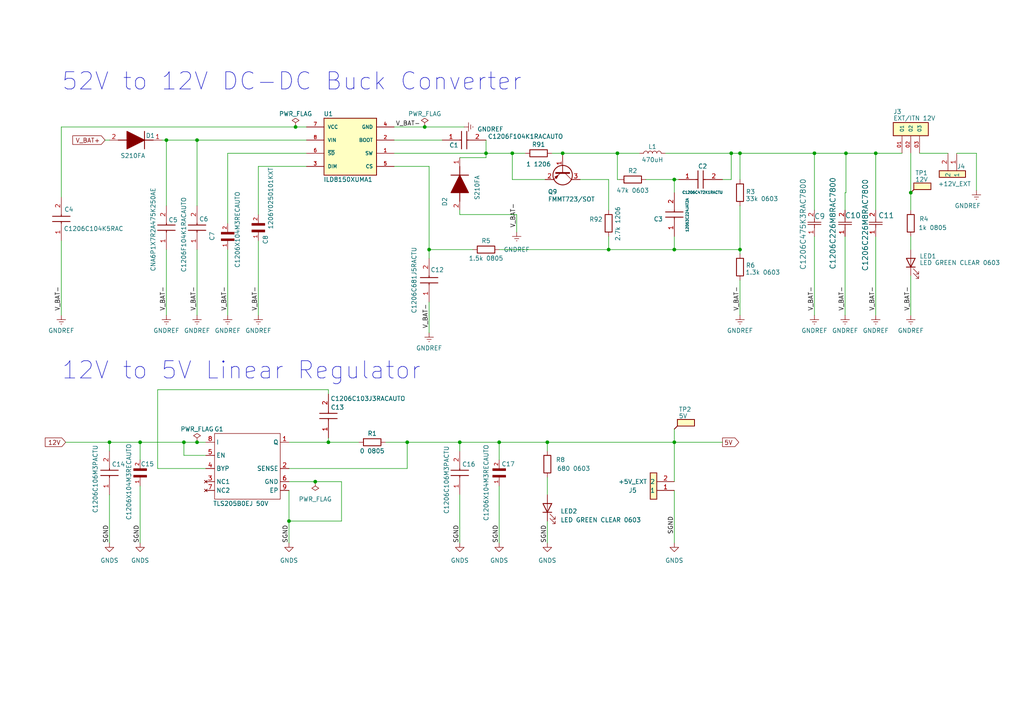
<source format=kicad_sch>
(kicad_sch (version 20231120) (generator "eeschema") (generator_version "8.0")
  (paper "A4")
  (lib_symbols
    (symbol "12063C224JAT2A:12063C224JAT2A" (pin_names hide)
      (property "Reference" "C" (at 8.89 6.35 0))
      (property "Value" "12063C224JAT2A" (at 8.89 3.81 0))
      (symbol "12063C224JAT2A_1_1"
        (polyline (pts (xy 5.08 0) (xy 5.588 0)) (stroke (width 0.254)))
        (polyline (pts (xy 5.588 2.54) (xy 5.588 -2.54)) (stroke (width 0.254)))
        (polyline (pts (xy 7.112 0) (xy 7.62 0)) (stroke (width 0.254)))
        (polyline (pts (xy 7.112 2.54) (xy 7.112 -2.54)) (stroke (width 0.254)))
        (pin passive line (at 0 0 0) (length 5.08) (name "C1") (number "1"))
        (pin passive line (at 12.7 0 180) (length 5.08) (name "C2") (number "2"))
      )
    )
    (symbol "1206Y0250101KXT:1206Y0250101KXT" (pin_names (offset 1.016))
      (property "Reference" "C" (at 0 3.8109 0))
      (property "Value" "1206Y0250101KXT" (at 0 -5.0885 0))
      (symbol "1206Y0250101KXT_0_0"
        (rectangle (start 0 -1.9069) (end 0.635 1.905) (stroke (width 0.1)) (fill (type outline)))
        (rectangle (start 1.9069 -1.9069) (end 2.54 1.905) (stroke (width 0.1)) (fill (type outline)))
        (pin passive line (at -2.54 0 0) (length 2.54) (name "~") (number "1"))
        (pin passive line (at 5.08 0 180) (length 2.54) (name "~") (number "2"))
      )
    )
    (symbol "1725656:1725656"
      (property "Reference" "J5" (at -10.16 8.89 0))
      (property "Value" "+5V_EXT" (at -10.16 6.35 0))
      (symbol "1725656_1_1"
        (rectangle (start 5.08 2.54) (end 6.985 -5.08) (stroke (width 0.254)) (fill (type background)))
        (pin passive line (at 0 0 0) (length 5.08) (name "1") (number "1"))
        (pin passive line (at 0 -2.54 0) (length 5.08) (name "2") (number "2"))
      )
    )
    (symbol "1725656_1"
      (property "Reference" "J4" (at -10.16 8.89 0))
      (property "Value" "+12V_EXT" (at -10.16 6.35 0))
      (symbol "1725656_1_1_1"
        (rectangle (start 5.08 2.54) (end 6.985 -5.08) (stroke (width 0.254)) (fill (type background)))
        (pin passive line (at 0 0 0) (length 5.08) (name "1") (number "1"))
        (pin passive line (at 0 -2.54 0) (length 5.08) (name "2") (number "2"))
      )
    )
    (symbol "C10:C1206C226M8RAC7800" (pin_names (offset 0.254))
      (property "Reference" "C" (at 3.81 3.81 0))
      (property "Value" "C1206C226M8RAC7800" (at 3.81 -3.81 0))
      (symbol "C1206C226M8RAC7800_1_1"
        (polyline (pts (xy 2.54 0) (xy 3.4798 0)) (stroke (width 0.2032)))
        (polyline (pts (xy 3.4798 -1.905) (xy 3.4798 1.905)) (stroke (width 0.2032)))
        (polyline (pts (xy 4.1148 -1.905) (xy 4.1148 1.905)) (stroke (width 0.2032)))
        (polyline (pts (xy 4.1148 0) (xy 5.08 0)) (stroke (width 0.2032)))
        (pin unspecified line (at 0 0 0) (length 2.54) (name "") (number "1"))
        (pin unspecified line (at 7.62 0 180) (length 2.54) (name "") (number "2"))
      )
      (symbol "C1206C226M8RAC7800_1_2"
        (polyline (pts (xy -1.905 -4.1148) (xy 1.905 -4.1148)) (stroke (width 0.2032)))
        (polyline (pts (xy -1.905 -3.4798) (xy 1.905 -3.4798)) (stroke (width 0.2032)))
        (polyline (pts (xy 0 -4.1148) (xy 0 -5.08)) (stroke (width 0.2032)))
        (polyline (pts (xy 0 -2.54) (xy 0 -3.4798)) (stroke (width 0.2032)))
        (pin unspecified line (at 0 0 270) (length 2.54) (name "") (number "1"))
        (pin unspecified line (at 0 -7.62 90) (length 2.54) (name "") (number "2"))
      )
    )
    (symbol "C1206C103J3RACAUTO:C1206C103J3RACAUTO" (pin_names hide)
      (property "Reference" "C" (at 8.89 6.35 0))
      (property "Value" "C1206C103J3RACAUTO" (at 8.89 3.81 0))
      (symbol "C1206C103J3RACAUTO_1_1"
        (polyline (pts (xy 5.08 0) (xy 5.588 0)) (stroke (width 0.254)))
        (polyline (pts (xy 5.588 2.54) (xy 5.588 -2.54)) (stroke (width 0.254)))
        (polyline (pts (xy 7.112 0) (xy 7.62 0)) (stroke (width 0.254)))
        (polyline (pts (xy 7.112 2.54) (xy 7.112 -2.54)) (stroke (width 0.254)))
        (pin passive line (at 0 0 0) (length 5.08) (name "1") (number "1"))
        (pin passive line (at 12.7 0 180) (length 5.08) (name "2") (number "2"))
      )
    )
    (symbol "C1206C104K5RAC:C1206C104K5RAC" (pin_names hide)
      (property "Reference" "C" (at 8.89 6.35 0))
      (property "Value" "C1206C104K5RAC" (at 8.89 3.81 0))
      (symbol "C1206C104K5RAC_1_1"
        (polyline (pts (xy 5.08 0) (xy 5.588 0)) (stroke (width 0.254)))
        (polyline (pts (xy 5.588 2.54) (xy 5.588 -2.54)) (stroke (width 0.254)))
        (polyline (pts (xy 7.112 0) (xy 7.62 0)) (stroke (width 0.254)))
        (polyline (pts (xy 7.112 2.54) (xy 7.112 -2.54)) (stroke (width 0.254)))
        (pin passive line (at 0 0 0) (length 5.08) (name "1") (number "1"))
        (pin passive line (at 12.7 0 180) (length 5.08) (name "2") (number "2"))
      )
    )
    (symbol "C1206C106M3PACTU:C1206C106M3PACTU" (pin_names hide)
      (property "Reference" "C" (at 8.89 6.35 0))
      (property "Value" "C1206C106M3PACTU" (at 8.89 3.81 0))
      (symbol "C1206C106M3PACTU_1_1"
        (polyline (pts (xy 5.08 0) (xy 5.588 0)) (stroke (width 0.254)))
        (polyline (pts (xy 5.588 2.54) (xy 5.588 -2.54)) (stroke (width 0.254)))
        (polyline (pts (xy 7.112 0) (xy 7.62 0)) (stroke (width 0.254)))
        (polyline (pts (xy 7.112 2.54) (xy 7.112 -2.54)) (stroke (width 0.254)))
        (pin passive line (at 0 0 0) (length 5.08) (name "1") (number "1"))
        (pin passive line (at 12.7 0 180) (length 5.08) (name "2") (number "2"))
      )
    )
    (symbol "C1206C472K1RACTU:C1206C472K1RACTU" (pin_names hide)
      (property "Reference" "C" (at 8.89 6.35 0))
      (property "Value" "C1206C472K1RACTU" (at 8.89 3.81 0))
      (symbol "C1206C472K1RACTU_1_1"
        (polyline (pts (xy 5.08 0) (xy 5.588 0)) (stroke (width 0.254)))
        (polyline (pts (xy 5.588 2.54) (xy 5.588 -2.54)) (stroke (width 0.254)))
        (polyline (pts (xy 7.112 0) (xy 7.62 0)) (stroke (width 0.254)))
        (polyline (pts (xy 7.112 2.54) (xy 7.112 -2.54)) (stroke (width 0.254)))
        (pin passive line (at 0 0 0) (length 5.08) (name "1") (number "1"))
        (pin passive line (at 12.7 0 180) (length 5.08) (name "2") (number "2"))
      )
    )
    (symbol "C1206C681J5RACTU:C1206C681J5RACTU" (pin_names hide)
      (property "Reference" "C" (at 8.89 6.35 0))
      (property "Value" "C1206C681J5RACTU" (at 8.89 3.81 0))
      (symbol "C1206C681J5RACTU_1_1"
        (polyline (pts (xy 5.08 0) (xy 5.588 0)) (stroke (width 0.254)))
        (polyline (pts (xy 5.588 2.54) (xy 5.588 -2.54)) (stroke (width 0.254)))
        (polyline (pts (xy 7.112 0) (xy 7.62 0)) (stroke (width 0.254)))
        (polyline (pts (xy 7.112 2.54) (xy 7.112 -2.54)) (stroke (width 0.254)))
        (pin passive line (at 0 0 0) (length 5.08) (name "1") (number "1"))
        (pin passive line (at 12.7 0 180) (length 5.08) (name "2") (number "2"))
      )
    )
    (symbol "C1206F104K1RACAUTO:C1206F104K1RACAUTO" (pin_names hide)
      (property "Reference" "C" (at 8.89 6.35 0))
      (property "Value" "C1206F104K1RACAUTO" (at 8.89 3.81 0))
      (symbol "C1206F104K1RACAUTO_1_1"
        (polyline (pts (xy 5.08 0) (xy 5.588 0)) (stroke (width 0.254)))
        (polyline (pts (xy 5.588 2.54) (xy 5.588 -2.54)) (stroke (width 0.254)))
        (polyline (pts (xy 7.112 0) (xy 7.62 0)) (stroke (width 0.254)))
        (polyline (pts (xy 7.112 2.54) (xy 7.112 -2.54)) (stroke (width 0.254)))
        (pin passive line (at 0 0 0) (length 5.08) (name "1") (number "1"))
        (pin passive line (at 12.7 0 180) (length 5.08) (name "2") (number "2"))
      )
    )
    (symbol "C1206X104M3RECAUTO:C1206X104M3RECAUTO" (pin_names (offset 1.016))
      (property "Reference" "C" (at 0 3.8109 0))
      (property "Value" "C1206X104M3RECAUTO" (at 0 -5.0885 0))
      (symbol "C1206X104M3RECAUTO_0_0"
        (rectangle (start 0 -1.9069) (end 0.635 1.905) (stroke (width 0.1)) (fill (type outline)))
        (rectangle (start 1.9069 -1.9069) (end 2.54 1.905) (stroke (width 0.1)) (fill (type outline)))
        (pin passive line (at -2.54 0 0) (length 2.54) (name "~") (number "1"))
        (pin passive line (at 5.08 0 180) (length 2.54) (name "~") (number "2"))
      )
    )
    (symbol "C9:C1206C475K3RAC7800" (pin_names (offset 0.254))
      (property "Reference" "C" (at 3.81 3.81 0))
      (property "Value" "C1206C475K3RAC7800" (at 3.81 -3.81 0))
      (symbol "C1206C475K3RAC7800_1_1"
        (polyline (pts (xy 2.54 0) (xy 3.4798 0)) (stroke (width 0.2032)))
        (polyline (pts (xy 3.4798 -1.905) (xy 3.4798 1.905)) (stroke (width 0.2032)))
        (polyline (pts (xy 4.1148 -1.905) (xy 4.1148 1.905)) (stroke (width 0.2032)))
        (polyline (pts (xy 4.1148 0) (xy 5.08 0)) (stroke (width 0.2032)))
        (pin unspecified line (at 0 0 0) (length 2.54) (name "") (number "1"))
        (pin unspecified line (at 7.62 0 180) (length 2.54) (name "") (number "2"))
      )
      (symbol "C1206C475K3RAC7800_1_2"
        (polyline (pts (xy -1.905 -4.1148) (xy 1.905 -4.1148)) (stroke (width 0.2032)))
        (polyline (pts (xy -1.905 -3.4798) (xy 1.905 -3.4798)) (stroke (width 0.2032)))
        (polyline (pts (xy 0 -4.1148) (xy 0 -5.08)) (stroke (width 0.2032)))
        (polyline (pts (xy 0 -2.54) (xy 0 -3.4798)) (stroke (width 0.2032)))
        (pin unspecified line (at 0 0 270) (length 2.54) (name "") (number "1"))
        (pin unspecified line (at 0 -7.62 90) (length 2.54) (name "") (number "2"))
      )
    )
    (symbol "CNA6P1X7R2A475K250AE:CNA6P1X7R2A475K250AE" (pin_names hide)
      (property "Reference" "C" (at 8.89 6.35 0))
      (property "Value" "CNA6P1X7R2A475K250AE" (at 8.89 3.81 0))
      (symbol "CNA6P1X7R2A475K250AE_1_1"
        (polyline (pts (xy 5.08 0) (xy 5.588 0)) (stroke (width 0.254)))
        (polyline (pts (xy 5.588 2.54) (xy 5.588 -2.54)) (stroke (width 0.254)))
        (polyline (pts (xy 7.112 0) (xy 7.62 0)) (stroke (width 0.254)))
        (polyline (pts (xy 7.112 2.54) (xy 7.112 -2.54)) (stroke (width 0.254)))
        (pin passive line (at 0 0 0) (length 5.08) (name "1") (number "1"))
        (pin passive line (at 12.7 0 180) (length 5.08) (name "2") (number "2"))
      )
    )
    (symbol "Connector:TestPoint_Flag" (pin_numbers hide) (pin_names (offset 0.762) hide)
      (property "Reference" "TP" (at 3.429 1.778 0))
      (property "Value" "TestPoint_Flag" (at 3.302 4.191 0))
      (symbol "TestPoint_Flag_0_1"
        (polyline (pts (xy 0 0) (xy 0.889 0.889)) (stroke (width 0.254)))
        (rectangle (start 0.889 2.794) (end 5.842 0.889) (stroke (width 0.254)) (fill (type background)))
      )
      (symbol "TestPoint_Flag_1_1"
        (pin passive line (at 0 0 90) (length 0) (name "1") (number "1"))
      )
    )
    (symbol "D1:S210FA" (pin_names hide)
      (property "Reference" "D" (at 11.43 5.08 0))
      (property "Value" "S210FA" (at 11.43 2.54 0))
      (symbol "S210FA_1_1"
        (polyline (pts (xy 2.54 0) (xy 5.08 0)) (stroke (width 0.254)))
        (polyline (pts (xy 5.08 2.54) (xy 5.08 -2.54)) (stroke (width 0.254)))
        (polyline (pts (xy 10.16 0) (xy 12.7 0)) (stroke (width 0.254)))
        (polyline (pts (xy 5.08 0) (xy 10.16 2.54) (xy 10.16 -2.54) (xy 5.08 0)) (stroke (width 0.254)) (fill (type outline)))
        (pin passive line (at 0 0 0) (length 2.54) (name "K") (number "1"))
        (pin passive line (at 15.24 0 180) (length 2.54) (name "A") (number "2"))
      )
    )
    (symbol "Device:L" (pin_numbers hide) (pin_names (offset 1.016) hide)
      (property "Reference" "L" (at -1.27 0 90))
      (property "Value" "L" (at 1.905 0 90))
      (symbol "L_0_1"
        (arc (start 0 -2.54) (mid 0.6323 -1.905) (end 0 -1.27))
        (arc (start 0 -1.27) (mid 0.6323 -0.635) (end 0 0))
        (arc (start 0 0) (mid 0.6323 0.635) (end 0 1.27))
        (arc (start 0 1.27) (mid 0.6323 1.905) (end 0 2.54))
      )
      (symbol "L_1_1"
        (pin passive line (at 0 3.81 270) (length 1.27) (name "1") (number "1"))
        (pin passive line (at 0 -3.81 90) (length 1.27) (name "2") (number "2"))
      )
    )
    (symbol "Device:LED" (pin_numbers hide) (pin_names (offset 1.016) hide)
      (property "Reference" "D" (at 0 2.54 0))
      (property "Value" "LED" (at 0 -2.54 0))
      (symbol "LED_0_1"
        (polyline (pts (xy -1.27 -1.27) (xy -1.27 1.27)) (stroke (width 0.254)))
        (polyline (pts (xy -1.27 0) (xy 1.27 0)))
        (polyline (pts (xy 1.27 -1.27) (xy 1.27 1.27) (xy -1.27 0) (xy 1.27 -1.27)) (stroke (width 0.254)))
        (polyline (pts (xy -3.048 -0.762) (xy -4.572 -2.286) (xy -3.81 -2.286) (xy -4.572 -2.286) (xy -4.572 -1.524)))
        (polyline (pts (xy -1.778 -0.762) (xy -3.302 -2.286) (xy -2.54 -2.286) (xy -3.302 -2.286) (xy -3.302 -1.524)))
      )
      (symbol "LED_1_1"
        (pin passive line (at -3.81 0 0) (length 2.54) (name "K") (number "1"))
        (pin passive line (at 3.81 0 180) (length 2.54) (name "A") (number "2"))
      )
    )
    (symbol "Device:R" (pin_numbers hide) (pin_names (offset 0))
      (property "Reference" "R" (at 2.032 0 90))
      (property "Value" "R" (at 0 0 90))
      (symbol "R_0_1"
        (rectangle (start -1.016 -2.54) (end 1.016 2.54) (stroke (width 0.254)))
      )
      (symbol "R_1_1"
        (pin passive line (at 0 3.81 270) (length 1.27) (name "~") (number "1"))
        (pin passive line (at 0 -3.81 90) (length 1.27) (name "~") (number "2"))
      )
    )
    (symbol "ILD8150:ILD8150XUMA1" (pin_names (offset 1.016))
      (property "Reference" "U1" (at -6.35 8.89 0))
      (property "Value" "ILD8150XUMA1" (at -0.635 -10.16 0))
      (symbol "ILD8150XUMA1_0_0"
        (rectangle (start -7.62 7.62) (end 7.62 -8.89) (stroke (width 0.254)) (fill (type background)))
        (pin output line (at 12.7 -2.54 180) (length 5.08) (name "SW") (number "1"))
        (pin input line (at 12.7 1.27 180) (length 5.08) (name "BOOT") (number "2"))
        (pin input line (at -12.7 -6.35 0) (length 5.08) (name "DIM") (number "3"))
        (pin power_in line (at 12.7 5.08 180) (length 5.08) (name "GND") (number "4"))
        (pin input line (at 12.7 -6.35 180) (length 5.08) (name "CS") (number "5"))
        (pin input line (at -12.7 -2.54 0) (length 5.08) (name "~{SD}") (number "6"))
        (pin power_in line (at -12.7 5.08 0) (length 5.08) (name "VCC") (number "7"))
        (pin input line (at -12.7 1.27 0) (length 5.08) (name "VIN") (number "8"))
      )
    )
    (symbol "TLS205B0EJ V50:TLS205B0EJ_V50"
      (property "Reference" "U2" (at -0.635 13.97 0))
      (property "Value" "TLS205B0EJ 50V" (at -0.635 11.43 0))
      (symbol "TLS205B0EJ_V50_0_1"
        (polyline (pts (xy -10.16 10.16) (xy 8.89 10.16) (xy 8.89 -8.89) (xy -10.16 -8.89) (xy -10.16 10.16)))
      )
      (symbol "TLS205B0EJ_V50_1_1"
        (pin power_out line (at 11.43 7.62 180) (length 2.54) (name "Q") (number "1"))
        (pin input line (at 11.43 0 180) (length 2.54) (name "SENSE") (number "2"))
        (pin no_connect line (at -12.7 -3.81 0) (length 2.54) (name "NC1") (number "3"))
        (pin input line (at -12.7 0 0) (length 2.54) (name "BYP") (number "4"))
        (pin input line (at -12.7 3.81 0) (length 2.54) (name "EN") (number "5"))
        (pin power_in line (at 11.43 -3.81 180) (length 2.54) (name "GND") (number "6"))
        (pin no_connect line (at -12.7 -6.35 0) (length 2.54) (name "NC2") (number "7"))
        (pin power_in line (at -12.7 7.62 0) (length 2.54) (name "I") (number "8"))
        (pin power_in line (at 11.43 -6.35 180) (length 2.54) (name "EP") (number "9"))
      )
    )
    (symbol "TSW-103-08-L-S:TSW-103-08-L-S" (pin_names (offset 1.016))
      (property "Reference" "J?" (at 9.525 0.635 0))
      (property "Value" "TSW-103-08-L-S" (at 9.525 -1.905 0))
      (symbol "TSW-103-08-L-S_0_0"
        (rectangle (start -7.62 5.08) (end -3.81 -5.08) (stroke (width 0.254)) (fill (type background)))
        (pin passive line (at -12.7 2.54 0) (length 5.08) (name "01") (number "01"))
        (pin passive line (at -12.7 0 0) (length 5.08) (name "02") (number "02"))
        (pin passive line (at -12.7 -2.54 0) (length 5.08) (name "03") (number "03"))
      )
    )
    (symbol "Transistor_BJT:BC858" (pin_names (offset 0) hide)
      (property "Reference" "Q" (at 5.08 1.905 0))
      (property "Value" "BC858" (at 5.08 0 0))
      (symbol "BC858_0_1"
        (polyline (pts (xy 0.635 0.635) (xy 2.54 2.54)))
        (polyline (pts (xy 0.635 -0.635) (xy 2.54 -2.54) (xy 2.54 -2.54)))
        (polyline (pts (xy 0.635 1.905) (xy 0.635 -1.905) (xy 0.635 -1.905)) (stroke (width 0.508)))
        (polyline (pts (xy 2.286 -1.778) (xy 1.778 -2.286) (xy 1.27 -1.27) (xy 2.286 -1.778) (xy 2.286 -1.778)) (fill (type outline)))
        (circle (center 1.27 0) (radius 2.8194) (stroke (width 0.254)))
      )
      (symbol "BC858_1_1"
        (pin input line (at -5.08 0 0) (length 5.715) (name "B") (number "1"))
        (pin passive line (at 2.54 -5.08 90) (length 2.54) (name "E") (number "2"))
        (pin passive line (at 2.54 5.08 270) (length 2.54) (name "C") (number "3"))
      )
    )
    (symbol "power:GNDREF" (power) (pin_names (offset 0))
      (property "Value" "GNDREF" (at 0 -3.81 0))
      (symbol "GNDREF_0_1"
        (polyline (pts (xy -0.635 -1.905) (xy 0.635 -1.905)))
        (polyline (pts (xy -0.127 -2.54) (xy 0.127 -2.54)))
        (polyline (pts (xy 0 -1.27) (xy 0 0)))
        (polyline (pts (xy 1.27 -1.27) (xy -1.27 -1.27)))
      )
      (symbol "GNDREF_1_1"
        (pin power_in line (at 0 0 270) (length 0) hide (name "GNDREF") (number "1"))
      )
    )
    (symbol "power:GNDS" (power) (pin_names (offset 0))
      (property "Value" "GNDS" (at 0 -3.81 0))
      (symbol "GNDS_0_1"
        (polyline (pts (xy 0 0) (xy 0 -1.27) (xy 1.27 -1.27) (xy 0 -2.54) (xy -1.27 -1.27) (xy 0 -1.27)))
      )
      (symbol "GNDS_1_1"
        (pin power_in line (at 0 0 270) (length 0) hide (name "GNDS") (number "1"))
      )
    )
    (symbol "power:PWR_FLAG" (power) (pin_numbers hide) (pin_names (offset 0) hide)
      (property "Value" "PWR_FLAG" (at 0 3.81 0))
      (symbol "PWR_FLAG_0_0"
        (pin power_out line (at 0 0 90) (length 0) (name "pwr") (number "1"))
      )
      (symbol "PWR_FLAG_0_1"
        (polyline (pts (xy 0 0) (xy 0 1.27) (xy -1.016 1.905) (xy 0 2.54) (xy 1.016 1.905) (xy 0 1.27)))
      )
    )
  )
  (junction (at 264.16 55.88))
  (junction (at 31.75 128.27))
  (junction (at 245.364 44.45))
  (junction (at 118.11 128.27))
  (junction (at 48.26 40.64))
  (junction (at 195.58 52.07))
  (junction (at 254 44.45))
  (junction (at 214.63 72.39))
  (junction (at 85.725 36.83))
  (junction (at 148.59 44.45))
  (junction (at 57.15 128.27))
  (junction (at 236.22 44.45))
  (junction (at 195.58 128.27))
  (junction (at 144.78 128.27))
  (junction (at 176.53 72.39))
  (junction (at 83.82 151.13))
  (junction (at 53.34 128.27))
  (junction (at 214.63 44.45))
  (junction (at 40.64 128.27))
  (junction (at 123.19 36.83))
  (junction (at 179.07 44.45))
  (junction (at 195.58 72.39))
  (junction (at 163.195 44.45))
  (junction (at 140.97 44.45))
  (junction (at 91.44 139.7))
  (junction (at 212.09 44.45))
  (junction (at 124.46 72.39))
  (junction (at 158.75 128.27))
  (junction (at 57.15 40.64))
  (junction (at 95.25 128.27))
  (junction (at 133.35 128.27))
  (wire (pts (xy 74.93 48.26) (xy 74.93 62.23)))
  (wire (pts (xy 236.22 44.45) (xy 245.364 44.45)))
  (wire (pts (xy 158.75 130.81) (xy 158.75 128.27)))
  (wire (pts (xy 176.53 52.07) (xy 176.53 60.96)))
  (wire (pts (xy 91.44 139.7) (xy 99.06 139.7)))
  (wire (pts (xy 264.16 44.45) (xy 264.16 55.88)))
  (wire (pts (xy 118.11 128.27) (xy 133.35 128.27)))
  (wire (pts (xy 74.93 69.85) (xy 74.93 91.44)))
  (wire (pts (xy 123.19 36.83) (xy 134.62 36.83)))
  (wire (pts (xy 124.46 87.63) (xy 124.46 96.52)))
  (wire (pts (xy 236.22 60.96) (xy 236.22 44.45)))
  (wire (pts (xy 245.11 68.58) (xy 245.11 91.44)))
  (wire (pts (xy 245.11 55.88) (xy 245.364 55.88)))
  (wire (pts (xy 160.02 44.45) (xy 163.195 44.45)))
  (wire (pts (xy 158.75 151.13) (xy 158.75 157.48)))
  (wire (pts (xy 158.75 128.27) (xy 144.78 128.27)))
  (wire (pts (xy 66.04 44.45) (xy 88.9 44.45)))
  (wire (pts (xy 195.58 142.24) (xy 195.58 157.48)))
  (wire (pts (xy 179.07 52.07) (xy 179.07 44.45)))
  (wire (pts (xy 187.325 52.07) (xy 195.58 52.07)))
  (wire (pts (xy 163.195 44.45) (xy 179.07 44.45)))
  (wire (pts (xy 212.09 44.45) (xy 212.09 52.07)))
  (wire (pts (xy 40.64 128.27) (xy 53.34 128.27)))
  (wire (pts (xy 264.16 68.58) (xy 264.16 72.39)))
  (wire (pts (xy 17.78 36.83) (xy 85.725 36.83)))
  (wire (pts (xy 40.64 140.97) (xy 40.64 157.48)))
  (wire (pts (xy 83.82 139.7) (xy 91.44 139.7)))
  (wire (pts (xy 214.63 59.69) (xy 214.63 72.39)))
  (wire (pts (xy 31.75 143.51) (xy 31.75 157.48)))
  (wire (pts (xy 118.11 128.27) (xy 118.11 135.89)))
  (wire (pts (xy 53.34 132.08) (xy 53.34 128.27)))
  (wire (pts (xy 140.97 40.64) (xy 140.97 44.45)))
  (wire (pts (xy 19.05 128.27) (xy 31.75 128.27)))
  (wire (pts (xy 66.04 72.39) (xy 66.04 91.44)))
  (wire (pts (xy 133.35 45.72) (xy 140.97 45.72)))
  (wire (pts (xy 195.58 68.58) (xy 195.58 72.39)))
  (wire (pts (xy 57.15 72.39) (xy 57.15 91.44)))
  (wire (pts (xy 264.16 55.88) (xy 264.16 60.96)))
  (wire (pts (xy 46.99 40.64) (xy 48.26 40.64)))
  (wire (pts (xy 124.46 72.39) (xy 124.46 74.93)))
  (wire (pts (xy 168.275 52.07) (xy 176.53 52.07)))
  (wire (pts (xy 209.55 52.07) (xy 212.09 52.07)))
  (wire (pts (xy 277.495 44.45) (xy 283.21 44.45)))
  (wire (pts (xy 283.21 55.245) (xy 283.21 44.45)))
  (wire (pts (xy 158.115 52.07) (xy 148.59 52.07)))
  (wire (pts (xy 118.11 135.89) (xy 83.82 135.89)))
  (wire (pts (xy 59.69 132.08) (xy 53.34 132.08)))
  (wire (pts (xy 57.15 128.27) (xy 59.69 128.27)))
  (wire (pts (xy 158.75 128.27) (xy 195.58 128.27)))
  (wire (pts (xy 140.97 45.72) (xy 140.97 44.45)))
  (wire (pts (xy 48.26 72.39) (xy 48.26 91.44)))
  (wire (pts (xy 133.35 130.81) (xy 133.35 128.27)))
  (wire (pts (xy 149.86 62.23) (xy 149.86 67.31)))
  (wire (pts (xy 193.04 44.45) (xy 212.09 44.45)))
  (wire (pts (xy 254 68.58) (xy 254 91.44)))
  (wire (pts (xy 176.53 68.58) (xy 176.53 72.39)))
  (wire (pts (xy 245.11 60.96) (xy 245.11 55.88)))
  (wire (pts (xy 214.63 81.28) (xy 214.63 91.44)))
  (wire (pts (xy 179.07 44.45) (xy 185.42 44.45)))
  (wire (pts (xy 114.3 40.64) (xy 128.27 40.64)))
  (wire (pts (xy 214.63 52.07) (xy 214.63 44.45)))
  (wire (pts (xy 45.72 113.03) (xy 45.72 135.89)))
  (wire (pts (xy 266.7 44.45) (xy 274.955 44.45)))
  (wire (pts (xy 236.22 68.58) (xy 236.22 91.44)))
  (wire (pts (xy 148.59 44.45) (xy 152.4 44.45)))
  (wire (pts (xy 144.78 128.27) (xy 144.78 133.35)))
  (wire (pts (xy 99.06 151.13) (xy 83.82 151.13)))
  (wire (pts (xy 83.82 151.13) (xy 83.82 142.24)))
  (wire (pts (xy 31.75 128.27) (xy 40.64 128.27)))
  (wire (pts (xy 30.48 40.64) (xy 31.75 40.64)))
  (wire (pts (xy 133.35 62.23) (xy 149.86 62.23)))
  (wire (pts (xy 140.97 44.45) (xy 148.59 44.45)))
  (wire (pts (xy 195.58 124.46) (xy 195.58 128.27)))
  (wire (pts (xy 74.93 48.26) (xy 88.9 48.26)))
  (wire (pts (xy 195.58 52.07) (xy 196.85 52.07)))
  (wire (pts (xy 124.46 72.39) (xy 137.16 72.39)))
  (wire (pts (xy 95.25 113.03) (xy 95.25 114.3)))
  (wire (pts (xy 176.53 72.39) (xy 195.58 72.39)))
  (wire (pts (xy 95.25 127) (xy 95.25 128.27)))
  (wire (pts (xy 133.35 143.51) (xy 133.35 157.48)))
  (wire (pts (xy 31.75 130.81) (xy 31.75 128.27)))
  (wire (pts (xy 133.35 60.96) (xy 133.35 62.23)))
  (wire (pts (xy 124.46 48.26) (xy 124.46 72.39)))
  (wire (pts (xy 99.06 139.7) (xy 99.06 151.13)))
  (wire (pts (xy 133.35 128.27) (xy 144.78 128.27)))
  (wire (pts (xy 195.58 128.27) (xy 209.55 128.27)))
  (wire (pts (xy 114.3 44.45) (xy 140.97 44.45)))
  (wire (pts (xy 85.725 36.83) (xy 88.9 36.83)))
  (wire (pts (xy 254 44.45) (xy 261.62 44.45)))
  (wire (pts (xy 144.78 140.97) (xy 144.78 157.48)))
  (wire (pts (xy 17.78 36.83) (xy 17.78 57.15)))
  (wire (pts (xy 214.63 73.66) (xy 214.63 72.39)))
  (wire (pts (xy 66.04 44.45) (xy 66.04 64.77)))
  (wire (pts (xy 148.59 52.07) (xy 148.59 44.45)))
  (wire (pts (xy 195.58 52.07) (xy 195.58 55.88)))
  (wire (pts (xy 57.15 40.64) (xy 57.15 59.69)))
  (wire (pts (xy 88.9 40.64) (xy 57.15 40.64)))
  (wire (pts (xy 95.25 128.27) (xy 104.14 128.27)))
  (wire (pts (xy 83.82 128.27) (xy 95.25 128.27)))
  (wire (pts (xy 95.25 113.03) (xy 45.72 113.03)))
  (wire (pts (xy 48.26 40.64) (xy 57.15 40.64)))
  (wire (pts (xy 195.58 72.39) (xy 214.63 72.39)))
  (wire (pts (xy 264.16 80.01) (xy 264.16 91.44)))
  (wire (pts (xy 176.53 72.39) (xy 144.78 72.39)))
  (wire (pts (xy 214.63 44.45) (xy 236.22 44.45)))
  (wire (pts (xy 212.09 44.45) (xy 214.63 44.45)))
  (wire (pts (xy 114.3 36.83) (xy 123.19 36.83)))
  (wire (pts (xy 245.364 55.88) (xy 245.364 44.45)))
  (wire (pts (xy 195.58 128.27) (xy 195.58 139.7)))
  (wire (pts (xy 53.34 128.27) (xy 57.15 128.27)))
  (wire (pts (xy 45.72 135.89) (xy 59.69 135.89)))
  (wire (pts (xy 83.82 151.13) (xy 83.82 157.48)))
  (wire (pts (xy 48.26 59.69) (xy 48.26 40.64)))
  (wire (pts (xy 40.64 128.27) (xy 40.64 133.35)))
  (wire (pts (xy 158.75 138.43) (xy 158.75 143.51)))
  (wire (pts (xy 179.705 52.07) (xy 179.07 52.07)))
  (wire (pts (xy 245.364 44.45) (xy 254 44.45)))
  (wire (pts (xy 17.78 69.85) (xy 17.78 91.44)))
  (wire (pts (xy 124.46 48.26) (xy 114.3 48.26)))
  (wire (pts (xy 118.11 128.27) (xy 111.76 128.27)))
  (wire (pts (xy 254 44.45) (xy 254 60.96)))
  (text "52V to 12V DC-DC Buck Converter" (at 17.78 26.67 0) (effects (font (size 5 5)) (justify left bottom)))
  (text "12V to 5V Linear Regulator" (at 17.78 110.49 0) (effects (font (size 5 5)) (justify left bottom)))
  (label "SGND" (at 40.64 157.48 90))
  (label "V_BAT-" (at 74.93 90.17 90))
  (label "SGND" (at 158.75 157.48 90))
  (label "V_BAT-" (at 48.26 90.17 90))
  (label "V_BAT-" (at 149.86 66.04 90))
  (label "V_BAT-" (at 254 90.17 90))
  (label "SGND" (at 83.82 157.48 90))
  (label "SGND" (at 144.78 157.48 90))
  (label "V_BAT-" (at 121.92 36.83 180))
  (label "V_BAT-" (at 124.46 95.25 90))
  (label "SGND" (at 31.75 157.48 90))
  (label "V_BAT-" (at 236.22 90.17 90))
  (label "V_BAT-" (at 57.15 90.17 90))
  (label "V_BAT-" (at 245.11 90.17 90))
  (label "SGND" (at 133.35 157.48 90))
  (label "V_BAT-" (at 66.04 90.17 90))
  (label "SGND" (at 195.58 154.94 90))
  (label "V_BAT-" (at 264.16 90.17 90))
  (label "V_BAT-" (at 214.63 90.17 90))
  (label "V_BAT-" (at 17.78 90.17 90))
  (global_label "V_BAT+" (shape input) (at 30.48 40.64 180) (property "Intersheetrefs" "${INTERSHEET_REFS}" (effects (hide yes))))
  (global_label "12V" (shape input) (at 19.05 128.27 180) (property "Intersheetrefs" "${INTERSHEET_REFS}" (effects (hide yes))))
  (global_label "5V" (shape output) (at 209.55 128.27 0) (property "Intersheetrefs" "${INTERSHEET_REFS}" (effects (hide yes))))
  (symbol (lib_id "power:PWR_FLAG") (at 85.725 36.83 0) (unit 1)
    (property "Reference" "#FLG07" (effects (hide yes)))
    (property "Value" "PWR_FLAG" (at 85.725 33.02 0))
  )
  (symbol (lib_id "power:GNDS") (at 31.75 157.48 0) (unit 1)
    (property "Reference" "#PWR023" (effects (hide yes)))
    (property "Value" "GNDS" (at 31.75 162.56 0))
  )
  (symbol (lib_id "power:GNDS") (at 83.82 157.48 0) (unit 1)
    (property "Reference" "#PWR029" (effects (hide yes)))
    (property "Value" "GNDS" (at 83.82 162.56 0))
  )
  (symbol (lib_id "power:GNDREF") (at 149.86 67.31 0) (unit 1)
    (property "Reference" "#PWR032" (effects (hide yes)))
    (property "Value" "GNDREF" (at 149.86 72.39 0))
  )
  (symbol (lib_id "C10:C1206C226M8RAC7800") (at 254 68.58 90) (unit 1)
    (property "Reference" "C11" (at 257.048 62.484 90) (effects (font (size 1.524 1.524))))
    (property "Value" "C1206C226M8RAC7800" (at 250.952 65.278 0) (effects (font (size 1.524 1.524))))
    (property "Footprint" "Capacitor-Footprints-1206:CAPC340180_180N_KEM" (effects (hide yes)))
    (property "Datasheet" "C1206C226M8RAC7800" (effects (hide yes)))
  )
  (symbol (lib_id "power:PWR_FLAG") (at 123.19 36.83 0) (unit 1)
    (property "Reference" "#FLG08" (effects (hide yes)))
    (property "Value" "PWR_FLAG" (at 123.19 33.02 0))
  )
  (symbol (lib_id "C1206C106M3PACTU:C1206C106M3PACTU") (at 133.35 143.51 90) (unit 1)
    (property "Reference" "C16" (at 137.922 135.382 90) (effects (justify left top)))
    (property "Value" "C1206C106M3PACTU" (at 128.778 149.098 0) (effects (justify left top)))
    (property "Footprint" "Capacitor-Footprints-1206:C14" (effects (hide yes)))
    (property "Datasheet" "https://content.kemet.com/datasheets/KEM_C1006_X5R_SMD.pdf" (effects (hide yes)))
    (property "Description" "SMD Comm X5R, Ceramic, 10 uF, 20%, 25 VDC, 62.5 VDC, 85C, -55C, X5R, SMD, MLCC, Temperature Stable, Class II, 10 % , 10 MOhms, 41 mg, 1206, 3.2mm, 1.6mm, 1.6mm, 0.5mm, 2000, 78  Weeks, 70" (effects (hide yes)))
    (property "Mouser Part Number" "80-C1206C106M3P" (effects (hide yes)))
    (property "Mouser Price/Stock" "https://www.mouser.co.uk/ProductDetail/KEMET/C1206C106M3PACTU?qs=O9nxk9bDVAgpagbRMB%2FH5g%3D%3D" (effects (hide yes)))
    (property "Manufacturer_Name" "KEMET" (effects (hide yes)))
    (property "Manufacturer_Part_Number" "C1206C106M3PACTU" (effects (hide yes)))
  )
  (symbol (lib_id "C9:C1206C475K3RAC7800") (at 236.22 68.58 90) (unit 1)
    (property "Reference" "C9" (at 237.744 62.738 90) (effects (font (size 1.524 1.524))))
    (property "Value" "C1206C475K3RAC7800" (at 232.918 65.024 0) (effects (font (size 1.524 1.524))))
    (property "Footprint" "Capacitor-Footprints-1206:C9" (effects (hide yes)))
    (property "Datasheet" "C1206C475K3RAC7800" (effects (hide yes)))
  )
  (symbol (lib_id "power:GNDS") (at 144.78 157.48 0) (unit 1)
    (property "Reference" "#PWR034" (effects (hide yes)))
    (property "Value" "GNDS" (at 144.78 162.56 0))
  )
  (symbol (lib_id "power:GNDREF") (at 66.04 91.44 0) (unit 1)
    (property "Reference" "#PWR027" (effects (hide yes)))
    (property "Value" "GNDREF" (at 66.04 95.885 0))
  )
  (symbol (lib_id "1206Y0250101KXT:1206Y0250101KXT") (at 74.93 67.31 90) (unit 1)
    (property "Reference" "C8" (at 77.724 70.866 0) (effects (justify left bottom)))
    (property "Value" "1206Y0250101KXT" (at 79.248 66.548 0) (effects (justify left bottom)))
    (property "Footprint" "Capacitor-Footprints-1206:CAP_1206J_AVX" (effects (hide yes)))
    (property "Datasheet" "12063A101KAT2A" (effects (hide yes)))
  )
  (symbol (lib_id "C1206C472K1RACTU:C1206C472K1RACTU") (at 196.85 52.07 0) (unit 1)
    (property "Reference" "C2" (at 202.438 47.498 0) (effects (justify left top)))
    (property "Value" "C1206C472K1RACTU" (at 197.866 55.372 0) (effects (font (size 0.762 0.762)) (justify left top)))
    (property "Footprint" "Capacitor-Footprints-1206:C2" (effects (hide yes)))
    (property "Datasheet" "https://content.kemet.com/datasheets/KEM_C1002_X7R_SMD.pdf" (effects (hide yes)))
    (property "Description" "SMD Comm X7R, Ceramic, 4700 pF, 10%, 100 VDC, 250 VDC, 125C, -55C, X7R, SMD, MLCC, Temperature Stable, Class II, 2.5 % , 100 GOhms, 17 mg, 1206, 3.2mm, 1.6mm, 0.78mm, 0.5mm, 4000, 78  Weeks, 80" (effects (hide yes)))
    (property "Mouser Part Number" "80-C1206C472K1R" (effects (hide yes)))
    (property "Mouser Price/Stock" "https://www.mouser.co.uk/ProductDetail/KEMET/C1206C472K1RACTU?qs=oAjFD3SDKI5g%2FZUWHiuWgQ%3D%3D" (effects (hide yes)))
    (property "Manufacturer_Name" "KEMET" (effects (hide yes)))
    (property "Manufacturer_Part_Number" "C1206C472K1RACTU" (effects (hide yes)))
  )
  (symbol (lib_id "power:GNDS") (at 40.64 157.48 0) (unit 1)
    (property "Reference" "#PWR024" (effects (hide yes)))
    (property "Value" "GNDS" (at 40.64 162.56 0))
  )
  (symbol (lib_id "C1206C681J5RACTU:C1206C681J5RACTU") (at 124.46 87.63 90) (unit 1)
    (property "Reference" "C12" (at 128.778 78.994 90) (effects (justify left top)))
    (property "Value" "C1206C681J5RACTU" (at 119.38 90.932 0) (effects (justify left top)))
    (property "Footprint" "Capacitor-Footprints-1206:C12" (effects (hide yes)))
    (property "Datasheet" "https://content.kemet.com/datasheets/KEM_C1002_X7R_SMD.pdf" (effects (hide yes)))
    (property "Description" "SMD Comm X7R, Ceramic, 680 pF, 5%, 50 VDC, 125 VDC, 125C, -55C, X7R, SMD, MLCC, Temperature Stable, Class II, 2.5 % , 100 GOhms, 17 mg, 1206, 3.2mm, 1.6mm, 0.78mm, 0.5mm, 4000, 78  Weeks, 80" (effects (hide yes)))
    (property "Mouser Part Number" "80-C1206C681J5RACTU" (effects (hide yes)))
    (property "Mouser Price/Stock" "https://www.mouser.co.uk/ProductDetail/KEMET/C1206C681J5RACTU?qs=1mbolxNpo8d5x6RgNRVs4Q%3D%3D" (effects (hide yes)))
    (property "Manufacturer_Name" "KEMET" (effects (hide yes)))
    (property "Manufacturer_Part_Number" "C1206C681J5RACTU" (effects (hide yes)))
  )
  (symbol (lib_id "C1206F104K1RACAUTO:C1206F104K1RACAUTO") (at 128.27 40.64 0) (unit 1)
    (property "Reference" "C1" (at 130.302 41.402 0) (effects (justify left top)))
    (property "Value" "C1206F104K1RACAUTO" (at 141.478 38.862 0) (effects (justify left top)))
    (property "Footprint" "Capacitor-Footprints-1206:C1" (effects (hide yes)))
    (property "Datasheet" "https://content.kemet.com/datasheets/KEM_C1012_X7R_OPENMODE_SMD.pdf" (effects (hide yes)))
    (property "Description" "SMD Auto X7R FO, Ceramic, 0.1 uF, 10%, 100 VDC, 250 VDC, 125C, -55C, X7R, SMD, MLCC, Open Mode, Automotive Grade, 2.5 % , 10 GOhms, 25 mg, 1206, 3.2mm, 1.6mm, 0.9mm, 0.5mm, 4000, 78  Weeks, 80" (effects (hide yes)))
    (property "Mouser Part Number" "80-C1206F104K1RAUTO" (effects (hide yes)))
    (property "Mouser Price/Stock" "https://www.mouser.co.uk/ProductDetail/KEMET/C1206F104K1RACAUTO?qs=3SvaY9RawMJXeCzzFQAKgQ%3D%3D" (effects (hide yes)))
    (property "Manufacturer_Name" "KEMET" (effects (hide yes)))
    (property "Manufacturer_Part_Number" "C1206F104K1RACAUTO" (effects (hide yes)))
  )
  (symbol (lib_id "ILD8150:ILD8150XUMA1") (at 101.6 41.91 0) (unit 1)
    (property "Reference" "U1" (at 95.25 33.02 0))
    (property "Value" "ILD8150XUMA1" (at 100.965 52.07 0))
    (property "Footprint" "infineon-library-footprints:ILD8150" (effects (hide yes)))
    (property "Description" "\nLED Driver IC 1 Output DC DC Regulator Step-Down (Buck) PWM Dimming 1.5A PG-DSO-8\n" (effects (hide yes)))
    (property "E2_MAX" "0.0" (effects (hide yes)))
    (property "B_NOM" "0.43" (effects (hide yes)))
    (property "D_MAX" "4.9" (effects (hide yes)))
    (property "E1_NOM" "3.9" (effects (hide yes)))
    (property "E1_MIN" "3.9" (effects (hide yes)))
    (property "B_MAX" "0.51" (effects (hide yes)))
    (property "Price" "None" (effects (hide yes)))
    (property "D2_MAX" "0.0" (effects (hide yes)))
    (property "ENOM" "1.27" (effects (hide yes)))
    (property "D_NOM" "4.9" (effects (hide yes)))
    (property "L_MAX" "0.89" (effects (hide yes)))
    (property "A_MAX" "1.75" (effects (hide yes)))
    (property "Package" "DSO-8 Infineon Technologies" (effects (hide yes)))
    (property "A_NOM" "1.75" (effects (hide yes)))
    (property "Check_prices" "https://www.snapeda.com/parts/ILD8150XUMA1/Infineon+Technologies/view-part/?ref=eda" (effects (hide yes)))
    (property "A_MIN" "1.75" (effects (hide yes)))
    (property "STANDARD" "IPC 7351B" (effects (hide yes)))
    (property "PARTREV" "1.1" (effects (hide yes)))
    (property "SnapEDA_Link" "https://www.snapeda.com/parts/ILD8150XUMA1/Infineon+Technologies/view-part/?ref=snap" (effects (hide yes)))
    (property "E_NOM" "6.0" (effects (hide yes)))
    (property "B_MIN" "0.35" (effects (hide yes)))
    (property "PIN_COUNT" "8.0" (effects (hide yes)))
    (property "L_NOM" "0.64" (effects (hide yes)))
    (property "MANUFACTURER" "Infineon" (effects (hide yes)))
    (property "MF" "Infineon Technologies" (effects (hide yes)))
    (property "Purchase-URL" "https://www.snapeda.com/api/url_track_click_mouser/?unipart_id=4551246&manufacturer=Infineon Technologies&part_name=ILD8150XUMA1&search_term=ild8150" (effects (hide yes)))
    (property "A1_MIN" "0.1" (effects (hide yes)))
    (property "E1_MAX" "3.9" (effects (hide yes)))
    (property "E_MIN" "5.8" (effects (hide yes)))
    (property "D_MIN" "4.9" (effects (hide yes)))
    (property "MP" "ILD8150XUMA1" (effects (hide yes)))
    (property "L_MIN" "0.39" (effects (hide yes)))
    (property "Availability" "In Stock" (effects (hide yes)))
    (property "E_MAX" "6.2" (effects (hide yes)))
  )
  (symbol (lib_id "C1206X104M3RECAUTO:C1206X104M3RECAUTO") (at 40.64 138.43 90) (unit 1)
    (property "Reference" "C15" (at 44.704 133.858 90) (effects (justify left bottom)))
    (property "Value" "C1206X104M3RECAUTO" (at 38.1 150.876 0) (effects (justify left bottom)))
    (property "Footprint" "Capacitor-Footprints-1206:CAPC3316X140N" (effects (hide yes)))
  )
  (symbol (lib_id "CNA6P1X7R2A475K250AE:CNA6P1X7R2A475K250AE") (at 48.26 72.39 90) (unit 1)
    (property "Reference" "C5" (at 51.562 64.516 90) (effects (justify left top)))
    (property "Value" "CNA6P1X7R2A475K250AE" (at 43.688 78.74 0) (effects (justify left top)))
    (property "Footprint" "Capacitor-Footprints-1206:CAPC3225X280N" (effects (hide yes)))
    (property "Datasheet" "https://product.tdk.com/system/files/dam/doc/product/capacitor/ceramic/mlcc/catalog/mlcc_automotive_soft_cna_en.pdf" (effects (hide yes)))
    (property "Description" "Multilayer Ceramic Chip Capacitors, Capacitance=4.7uF, LxWxT:3.2x2.5x2.5mm" (effects (hide yes)))
    (property "Height" "2.8" (effects (hide yes)))
    (property "Manufacturer_Name" "TDK" (effects (hide yes)))
    (property "Manufacturer_Part_Number" "CNA6P1X7R2A475K250AE" (effects (hide yes)))
    (property "Mouser Part Number" "810-CNA6P1X7R2A475K2" (effects (hide yes)))
    (property "Mouser Price/Stock" "https://www.mouser.co.uk/ProductDetail/TDK/CNA6P1X7R2A475K250AE?qs=PqoDHHvF64%2FTB%2FjDY2tClw%3D%3D" (effects (hide yes)))
    (property "Arrow Part Number" "CNA6P1X7R2A475K250AE" (effects (hide yes)))
    (property "Arrow Price/Stock" "https://www.arrow.com/en/products/cna6p1x7r2a475k250ae/tdk?region=nac" (effects (hide yes)))
  )
  (symbol (lib_id "Device:R") (at 140.97 72.39 90) (unit 1)
    (property "Reference" "R5" (at 140.97 69.85 90))
    (property "Value" "1.5k 0805" (at 140.97 74.93 90))
    (property "Footprint" "Resistor-Footprint:R5" (effects (hide yes)))
  )
  (symbol (lib_id "Device:R") (at 264.16 64.77 180) (unit 1)
    (property "Reference" "R4" (at 267.97 63.5 0))
    (property "Value" "1k 0805" (at 270.51 66.04 0))
    (property "Footprint" "Resistor-Footprint:R4" (effects (hide yes)))
  )
  (symbol (lib_id "Device:R") (at 176.53 64.77 180) (unit 1)
    (property "Reference" "R92" (at 172.847 63.627 0))
    (property "Value" "2.7k 1206" (at 179.197 64.897 90))
  )
  (symbol (lib_id "Connector:TestPoint_Flag") (at 264.16 55.88 0) (unit 1)
    (property "Reference" "TP1" (at 265.43 50.165 0) (effects (justify left)))
    (property "Value" "12V" (at 265.43 52.07 0) (effects (justify left)))
  )
  (symbol (lib_id "power:GNDREF") (at 214.63 91.44 0) (unit 1)
    (property "Reference" "#PWR030" (effects (hide yes)))
    (property "Value" "GNDREF" (at 214.63 95.885 0))
  )
  (symbol (lib_id "Device:R") (at 107.95 128.27 90) (unit 1)
    (property "Reference" "R1" (at 107.95 125.73 90))
    (property "Value" "0 0805" (at 107.95 130.81 90))
    (property "Footprint" "Resistor-Footprint:R1" (effects (hide yes)))
  )
  (symbol (lib_id "Transistor_BJT:BC858") (at 163.195 49.53 270) (unit 1)
    (property "Reference" "Q9" (at 160.274 55.626 90))
    (property "Value" "FMMT723/SOT" (at 165.735 57.785 90))
    (property "Footprint" "infineon-library-footprints:LMV331M5" (effects (hide yes)))
  )
  (symbol (lib_id "C1206C104K5RAC:C1206C104K5RAC") (at 17.78 69.85 90) (unit 1)
    (property "Reference" "C4" (at 21.336 61.468 90) (effects (justify left top)))
    (property "Value" "C1206C104K5RAC" (at 35.814 67.056 90) (effects (justify left top)))
    (property "Footprint" "Capacitor-Footprints-1206:CAPC3216X88N" (effects (hide yes)))
    (property "Datasheet" "https://content.kemet.com/datasheets/KEM_C1002_X7R_SMD.pdf" (effects (hide yes)))
    (property "Description" "Multilayer Ceramic Capacitors MLCC - SMD/SMT 50volts 0.1uF 10% X7R" (effects (hide yes)))
    (property "Height" "0.88" (effects (hide yes)))
    (property "Manufacturer_Name" "KEMET" (effects (hide yes)))
    (property "Manufacturer_Part_Number" "C1206C104K5RAC" (effects (hide yes)))
    (property "Mouser Part Number" "80-C1206C104K5RAC" (effects (hide yes)))
    (property "Mouser Price/Stock" "https://www.mouser.co.uk/ProductDetail/KEMET/C1206C104K5RAC?qs=utjsALNw%2FXTrbYrRGHNW%2Fw%3D%3D" (effects (hide yes)))
    (property "Arrow Part Number" "C1206C104K5RAC" (effects (hide yes)))
    (property "Arrow Price/Stock" "https://www.arrow.com/en/products/c1206c104k5rac/kemet-corporation?region=nac" (effects (hide yes)))
  )
  (symbol (lib_id "power:PWR_FLAG") (at 57.15 128.27 0) (unit 1)
    (property "Reference" "#FLG09" (effects (hide yes)))
    (property "Value" "PWR_FLAG" (at 57.15 124.46 0))
  )
  (symbol (lib_id "power:GNDREF") (at 17.78 91.44 0) (unit 1)
    (property "Reference" "#PWR022" (effects (hide yes)))
    (property "Value" "GNDREF" (at 17.78 95.885 0))
  )
  (symbol (lib_id "power:GNDREF") (at 134.62 36.83 90) (unit 1)
    (property "Reference" "#PWR070" (effects (hide yes)))
    (property "Value" "GNDREF" (at 138.43 37.465 90) (effects (justify right)))
  )
  (symbol (lib_id "1725656:1725656") (at 195.58 142.24 180) (unit 1)
    (property "Reference" "J5" (at 183.515 142.24 0))
    (property "Value" "+5V_EXT" (at 183.515 139.7 0))
    (property "Footprint" "Resistor-Footprint:R4" (effects (hide yes)))
    (property "Datasheet" "https://www.phoenixcontact.com/online/portal/us/?uri=pxc-oc-itemdetail:pid=1725656&library=usen&pcck=P-11-01-05&tab=1&selectedCategory=ALL" (effects (hide yes)))
    (property "Height" "8.65" (effects (hide yes)))
    (property "Manufacturer_Name" "Phoenix Contact" (effects (hide yes)))
    (property "Manufacturer_Part_Number" "1725656" (effects (hide yes)))
    (property "Mouser Part Number" "651-1725656" (effects (hide yes)))
    (property "Mouser Price/Stock" "https://www.mouser.co.uk/ProductDetail/Phoenix-Contact/1725656?qs=Ul7CXFMnlWWQeccayYbRmw%3D%3D" (effects (hide yes)))
    (property "Arrow Part Number" "1725656" (effects (hide yes)))
    (property "Arrow Price/Stock" "https://www.arrow.com/en/products/1725656/phoenix-contact?region=nac" (effects (hide yes)))
  )
  (symbol (lib_id "TLS205B0EJ V50:TLS205B0EJ_V50") (at 72.39 135.89 0) (unit 1)
    (property "Reference" "G1" (at 63.5 124.46 0))
    (property "Value" "TLS205B0EJ 50V" (at 69.85 146.05 0))
    (property "Footprint" "Resistor-Footprint:R1" (effects (hide yes)))
  )
  (symbol (lib_id "power:GNDREF") (at 264.16 91.44 0) (unit 1)
    (property "Reference" "#PWR040" (effects (hide yes)))
    (property "Value" "GNDREF" (at 264.16 95.885 0))
  )
  (symbol (lib_id "power:GNDREF") (at 74.93 91.44 0) (unit 1)
    (property "Reference" "#PWR028" (effects (hide yes)))
    (property "Value" "GNDREF" (at 74.93 95.885 0))
  )
  (symbol (lib_id "Device:L") (at 189.23 44.45 90) (unit 1)
    (property "Reference" "L1" (at 189.23 42.545 90))
    (property "Value" "470uH" (at 189.23 46.355 90))
    (property "Footprint" "Resistor-Footprint:R6" (effects (hide yes)))
  )
  (symbol (lib_id "Device:R") (at 183.515 52.07 90) (unit 1)
    (property "Reference" "R2" (at 183.515 49.53 90))
    (property "Value" "47k 0603" (at 183.515 55.245 90))
    (property "Footprint" "Resistor-Footprint:R2" (effects (hide yes)))
  )
  (symbol (lib_id "power:GNDREF") (at 48.26 91.44 0) (unit 1)
    (property "Reference" "#PWR025" (effects (hide yes)))
    (property "Value" "GNDREF" (at 48.26 95.885 0))
  )
  (symbol (lib_id "power:GNDS") (at 195.58 157.48 0) (unit 1)
    (property "Reference" "#PWR036" (effects (hide yes)))
    (property "Value" "GNDS" (at 195.58 162.56 0))
  )
  (symbol (lib_id "Device:R") (at 156.21 44.45 90) (unit 1)
    (property "Reference" "R91" (at 156.21 41.91 90))
    (property "Value" "1 1206" (at 156.21 47.625 90))
  )
  (symbol (lib_name "1725656_1") (lib_id "1725656:1725656") (at 277.495 44.45 270) (unit 1)
    (property "Reference" "J4" (at 278.765 48.26 90))
    (property "Value" "+12V_EXT" (at 276.86 53.34 90))
    (property "Footprint" "Resistor-Footprint:R3" (effects (hide yes)))
    (property "Datasheet" "https://www.phoenixcontact.com/online/portal/us/?uri=pxc-oc-itemdetail:pid=1725656&library=usen&pcck=P-11-01-05&tab=1&selectedCategory=ALL" (effects (hide yes)))
    (property "Height" "8.65" (effects (hide yes)))
    (property "Manufacturer_Name" "Phoenix Contact" (effects (hide yes)))
    (property "Manufacturer_Part_Number" "1725656" (effects (hide yes)))
    (property "Mouser Part Number" "651-1725656" (effects (hide yes)))
    (property "Mouser Price/Stock" "https://www.mouser.co.uk/ProductDetail/Phoenix-Contact/1725656?qs=Ul7CXFMnlWWQeccayYbRmw%3D%3D" (effects (hide yes)))
    (property "Arrow Part Number" "1725656" (effects (hide yes)))
    (property "Arrow Price/Stock" "https://www.arrow.com/en/products/1725656/phoenix-contact?region=nac" (effects (hide yes)))
  )
  (symbol (lib_id "Device:LED") (at 158.75 147.32 90) (unit 1)
    (property "Reference" "LED2" (at 162.56 148.2725 90) (effects (justify right)))
    (property "Value" "LED GREEN CLEAR 0603" (at 162.56 150.8125 90) (effects (justify right)))
    (property "Footprint" "just-footprints:LEDC1608X80N" (effects (hide yes)))
  )
  (symbol (lib_id "Device:R") (at 214.63 77.47 180) (unit 1)
    (property "Reference" "R6" (at 217.678 76.962 0))
    (property "Value" "1.3k 0603" (at 221.234 78.994 0))
    (property "Footprint" "Resistor-Footprint:R6" (effects (hide yes)))
  )
  (symbol (lib_id "C1206C103J3RACAUTO:C1206C103J3RACAUTO") (at 95.25 127 90) (unit 1)
    (property "Reference" "C13" (at 99.822 118.872 90) (effects (justify left top)))
    (property "Value" "C1206C103J3RACAUTO" (at 117.602 116.332 90) (effects (justify left top)))
    (property "Footprint" "Capacitor-Footprints-1206:C13" (effects (hide yes)))
    (property "Datasheet" "https://content.kemet.com/datasheets/KEM_C1023_X7R_AUTO_SMD.pdf" (effects (hide yes)))
    (property "Description" "SMD Auto X7R, Ceramic, 0.01 uF, 5%, 25 VDC, 62.5 VDC, 125C, -55C, X7R, SMD, MLCC, Temperature Stable, Automotive Grade, 3.5 % , 100 GOhms, 17 mg, 1206, 3.2mm, 1.6mm, 0.78mm, 0.5mm, 4000, 78  Weeks, 80" (effects (hide yes)))
    (property "Mouser Part Number" "80-C1206C103J3RAUTO" (effects (hide yes)))
    (property "Mouser Price/Stock" "https://www.mouser.co.uk/ProductDetail/KEMET/C1206C103J3RACAUTO?qs=yQ9FZw9SO3w6nak1DaLFZQ%3D%3D" (effects (hide yes)))
    (property "Manufacturer_Name" "KEMET" (effects (hide yes)))
    (property "Manufacturer_Part_Number" "C1206C103J3RACAUTO" (effects (hide yes)))
  )
  (symbol (lib_id "power:GNDS") (at 158.75 157.48 0) (unit 1)
    (property "Reference" "#PWR035" (effects (hide yes)))
    (property "Value" "GNDS" (at 158.75 162.56 0))
  )
  (symbol (lib_id "TSW-103-08-L-S:TSW-103-08-L-S") (at 264.16 31.75 90) (unit 1)
    (property "Reference" "J3" (at 259.08 32.385 90) (effects (justify right)))
    (property "Value" "EXT/ITN 12V" (at 259.08 34.29 90) (effects (justify right)))
    (property "Footprint" "Resistor-Footprint:R2" (effects (hide yes)))
    (property "PARTREV" "R" (effects (hide yes)))
    (property "STANDARD" "Manufacturer Recommendations" (effects (hide yes)))
    (property "MANUFACTURER" "Samtec" (effects (hide yes)))
  )
  (symbol (lib_id "Device:LED") (at 264.16 76.2 90) (unit 1)
    (property "Reference" "LED1" (at 266.7 74.295 90) (effects (justify right)))
    (property "Value" "LED GREEN CLEAR 0603" (at 266.7 76.2 90) (effects (justify right)))
    (property "Footprint" "just-footprints:LEDC1608X80N" (effects (hide yes)))
  )
  (symbol (lib_id "D1:S210FA") (at 133.35 45.72 90) (mirror x) (unit 1)
    (property "Reference" "D2" (at 128.27 57.15 0) (effects (justify left top)))
    (property "Value" "S210FA" (at 137.668 50.8 0) (effects (justify left top)))
    (property "Footprint" "Misc-Footprints-1206:D1" (effects (hide yes)))
    (property "Datasheet" "https://www.onsemi.com/pub/Collateral/SS29FA-D.pdf" (effects (hide yes)))
    (property "Description" "Schottky Diodes & Rectifiers" (effects (hide yes)))
    (property "Height" "1.43" (effects (hide yes)))
    (property "Mouser Part Number" "512-S210FA" (effects (hide yes)))
    (property "Mouser Price/Stock" "https://www.mouser.co.uk/ProductDetail/onsemi-Fairchild/S210FA?qs=R26iFe%2FkX%2FK8Tf1OHfqHxg%3D%3D" (effects (hide yes)))
    (property "Manufacturer_Name" "onsemi" (effects (hide yes)))
    (property "Manufacturer_Part_Number" "S210FA" (effects (hide yes)))
  )
  (symbol (lib_id "power:GNDREF") (at 124.46 96.52 0) (unit 1)
    (property "Reference" "#PWR033" (effects (hide yes)))
    (property "Value" "GNDREF" (at 124.46 100.965 0))
  )
  (symbol (lib_id "C10:C1206C226M8RAC7800") (at 245.11 68.58 90) (unit 1)
    (property "Reference" "C10" (at 247.396 62.484 90) (effects (font (size 1.524 1.524))))
    (property "Value" "C1206C226M8RAC7800" (at 241.554 64.77 0) (effects (font (size 1.524 1.524))))
    (property "Footprint" "Capacitor-Footprints-1206:CAPC340180_180N_KEM" (effects (hide yes)))
    (property "Datasheet" "C1206C226M8RAC7800" (effects (hide yes)))
    (property "Description" "Unpolarized capacitor" (effects (hide yes)))
  )
  (symbol (lib_id "power:GNDS") (at 133.35 157.48 0) (unit 1)
    (property "Reference" "#PWR031" (effects (hide yes)))
    (property "Value" "GNDS" (at 133.35 162.56 0))
  )
  (symbol (lib_id "power:GNDREF") (at 283.21 55.245 0) (unit 1)
    (property "Reference" "#PWR041" (effects (hide yes)))
    (property "Value" "GNDREF" (at 280.67 59.69 0))
  )
  (symbol (lib_id "C1206X104M3RECAUTO:C1206X104M3RECAUTO") (at 66.04 69.85 90) (unit 1)
    (property "Reference" "C7" (at 62.2291 69.85 0) (effects (justify left bottom)))
    (property "Value" "C1206X104M3RECAUTO" (at 69.596 77.724 0) (effects (justify left bottom)))
    (property "Footprint" "Capacitor-Footprints-1206:C7" (effects (hide yes)))
    (property "Datasheet" "https://content.kemet.com/datasheets/KEM_C1023_X7R_AUTO_SMD.pdf" (effects (hide yes)))
    (property "Description" "SMD Auto X7R, Ceramic, 10 pF, 10%, 50 VDC, 125 VDC, 125C, -55C, X7R, SMD, MLCC, Temperature Stable, Automotive Grade, 2.5 % , 100 GOhms, 17 mg, 1206, 3.2mm, 1.6mm, 0.78mm, 0.5mm, 4000, 78  Weeks, 80" (effects (hide yes)))
    (property "Height" "0.88" (effects (hide yes)))
    (property "Manufacturer_Name" "KEMET" (effects (hide yes)))
    (property "Manufacturer_Part_Number" "C1206C100K5RACAUTO" (effects (hide yes)))
    (property "Mouser Part Number" "80-C1206C100K5RAUTO" (effects (hide yes)))
    (property "Mouser Price/Stock" "https://www.mouser.co.uk/ProductDetail/KEMET/C1206C100K5RACAUTO?qs=DPoM0jnrROV42sDcP0VpSA%3D%3D" (effects (hide yes)))
  )
  (symbol (lib_id "D1:S210FA") (at 46.99 40.64 0) (mirror y) (unit 1)
    (property "Reference" "D1" (at 44.958 38.608 0) (effects (justify left top)))
    (property "Value" "S210FA" (at 42.164 44.45 0) (effects (justify left top)))
    (property "Footprint" "Misc-Footprints-1206:D1" (effects (hide yes)))
    (property "Datasheet" "https://www.onsemi.com/pub/Collateral/SS29FA-D.pdf" (effects (hide yes)))
    (property "Description" "Schottky Diodes & Rectifiers" (effects (hide yes)))
    (property "Height" "1.43" (effects (hide yes)))
    (property "Mouser Part Number" "512-S210FA" (effects (hide yes)))
    (property "Mouser Price/Stock" "https://www.mouser.co.uk/ProductDetail/onsemi-Fairchild/S210FA?qs=R26iFe%2FkX%2FK8Tf1OHfqHxg%3D%3D" (effects (hide yes)))
    (property "Manufacturer_Name" "onsemi" (effects (hide yes)))
    (property "Manufacturer_Part_Number" "S210FA" (effects (hide yes)))
  )
  (symbol (lib_id "power:GNDREF") (at 245.11 91.44 0) (unit 1)
    (property "Reference" "#PWR038" (effects (hide yes)))
    (property "Value" "GNDREF" (at 245.11 95.885 0))
  )
  (symbol (lib_id "power:GNDREF") (at 254 91.44 0) (unit 1)
    (property "Reference" "#PWR039" (effects (hide yes)))
    (property "Value" "GNDREF" (at 254 95.885 0))
  )
  (symbol (lib_id "power:GNDREF") (at 57.15 91.44 0) (unit 1)
    (property "Reference" "#PWR026" (effects (hide yes)))
    (property "Value" "GNDREF" (at 57.15 95.885 0))
  )
  (symbol (lib_id "power:PWR_FLAG") (at 91.44 139.7 180) (unit 1)
    (property "Reference" "#FLG010" (effects (hide yes)))
    (property "Value" "PWR_FLAG" (at 91.44 144.78 0))
  )
  (symbol (lib_id "Connector:TestPoint_Flag") (at 195.58 124.46 0) (unit 1)
    (property "Reference" "TP2" (at 196.85 118.745 0) (effects (justify left)))
    (property "Value" "5V" (at 196.85 120.65 0) (effects (justify left)))
  )
  (symbol (lib_id "Device:R") (at 158.75 134.62 180) (unit 1)
    (property "Reference" "R8" (at 162.56 133.35 0))
    (property "Value" "680 0603" (at 166.37 135.89 0))
    (property "Footprint" "Resistor-Footprint:R8" (effects (hide yes)))
  )
  (symbol (lib_id "power:GNDREF") (at 236.22 91.44 0) (unit 1)
    (property "Reference" "#PWR037" (effects (hide yes)))
    (property "Value" "GNDREF" (at 236.22 95.885 0))
  )
  (symbol (lib_id "12063C224JAT2A:12063C224JAT2A") (at 195.58 68.58 90) (unit 1)
    (property "Reference" "C3" (at 192.278 64.262 90) (effects (justify left top)))
    (property "Value" "12063C224JAT2A" (at 198.882 67.31 0) (effects (font (size 0.762 0.762)) (justify left top)))
    (property "Footprint" "Capacitor-Footprints-1206:CAPC3216X94N" (effects (hide yes)))
    (property "Datasheet" "https://www.mouser.com/datasheet/2/40/X7RDielectric-777024.pdf" (effects (hide yes)))
    (property "Description" "Capacitor, 1206 0.22UF +/- 5% 25V" (effects (hide yes)))
    (property "Mouser Part Number" "581-12063C224JAT2A" (effects (hide yes)))
    (property "Manufacturer_Name" "Kyocera AVX" (effects (hide yes)))
    (property "Manufacturer_Part_Number" "12063C224JAT2A" (effects (hide yes)))
  )
  (symbol (lib_id "C1206C106M3PACTU:C1206C106M3PACTU") (at 31.75 143.51 90) (unit 1)
    (property "Reference" "C14" (at 36.322 135.382 90) (effects (justify left top)))
    (property "Value" "C1206C106M3PACTU" (at 26.924 148.844 0) (effects (justify left top)))
    (property "Footprint" "Capacitor-Footprints-1206:C14" (effects (hide yes)))
    (property "Datasheet" "https://content.kemet.com/datasheets/KEM_C1006_X5R_SMD.pdf" (effects (hide yes)))
    (property "Description" "SMD Comm X5R, Ceramic, 10 uF, 20%, 25 VDC, 62.5 VDC, 85C, -55C, X5R, SMD, MLCC, Temperature Stable, Class II, 10 % , 10 MOhms, 41 mg, 1206, 3.2mm, 1.6mm, 1.6mm, 0.5mm, 2000, 78  Weeks, 70" (effects (hide yes)))
    (property "Mouser Part Number" "80-C1206C106M3P" (effects (hide yes)))
    (property "Mouser Price/Stock" "https://www.mouser.co.uk/ProductDetail/KEMET/C1206C106M3PACTU?qs=O9nxk9bDVAgpagbRMB%2FH5g%3D%3D" (effects (hide yes)))
    (property "Manufacturer_Name" "KEMET" (effects (hide yes)))
    (property "Manufacturer_Part_Number" "C1206C106M3PACTU" (effects (hide yes)))
  )
  (symbol (lib_id "C1206X104M3RECAUTO:C1206X104M3RECAUTO") (at 144.78 138.43 90) (unit 1)
    (property "Reference" "C17" (at 149.352 133.858 90) (effects (justify left bottom)))
    (property "Value" "C1206X104M3RECAUTO" (at 141.732 151.13 0) (effects (justify left bottom)))
    (property "Footprint" "Capacitor-Footprints-1206:CAPC3316X140N" (effects (hide yes)))
  )
  (symbol (lib_id "C1206F104K1RACAUTO:C1206F104K1RACAUTO") (at 57.15 72.39 90) (unit 1)
    (property "Reference" "C6" (at 60.452 64.262 90) (effects (justify left top)))
    (property "Value" "C1206F104K1RACAUTO" (at 52.578 78.994 0) (effects (justify left top)))
    (property "Footprint" "Capacitor-Footprints-1206:C6" (effects (hide yes)))
    (property "Datasheet" "https://content.kemet.com/datasheets/KEM_C1012_X7R_OPENMODE_SMD.pdf" (effects (hide yes)))
    (property "Description" "SMD Auto X7R FO, Ceramic, 0.1 uF, 10%, 100 VDC, 250 VDC, 125C, -55C, X7R, SMD, MLCC, Open Mode, Automotive Grade, 2.5 % , 10 GOhms, 25 mg, 1206, 3.2mm, 1.6mm, 0.9mm, 0.5mm, 4000, 78  Weeks, 80" (effects (hide yes)))
    (property "Mouser Part Number" "80-C1206F104K1RAUTO" (effects (hide yes)))
    (property "Mouser Price/Stock" "https://www.mouser.co.uk/ProductDetail/KEMET/C1206F104K1RACAUTO?qs=3SvaY9RawMJXeCzzFQAKgQ%3D%3D" (effects (hide yes)))
    (property "Manufacturer_Name" "KEMET" (effects (hide yes)))
    (property "Manufacturer_Part_Number" "C1206F104K1RACAUTO" (effects (hide yes)))
  )
  (symbol (lib_id "Device:R") (at 214.63 55.88 180) (unit 1)
    (property "Reference" "R3" (at 217.678 55.626 0))
    (property "Value" "33k 0603" (at 220.98 57.658 0))
    (property "Footprint" "Resistor-Footprint:R3" (effects (hide yes)))
  )
)
</source>
